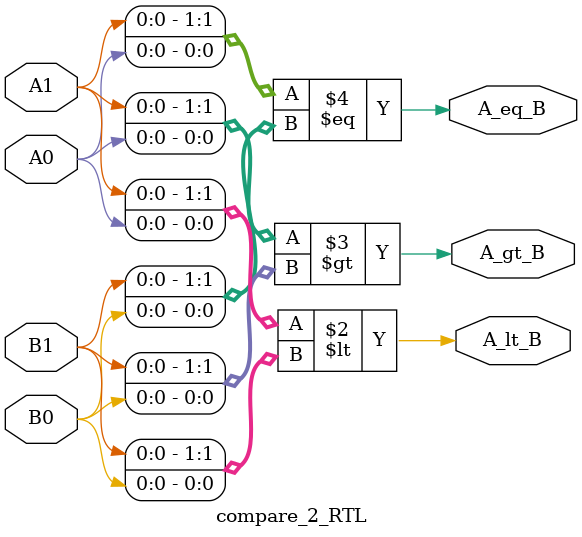
<source format=v>
module compare_2_RTL (A_lt_B, A_gt_B, A_eq_B, A1, A0, B1, B0);
  input 		A1, A0, B1, B0;
  output 		A_lt_B, A_gt_B, A_eq_B;
  reg 		A_lt_B, A_gt_B, A_eq_B;

  always @ (A0 or A1 or B0 or B1) begin
    A_lt_B = 	({A1,A0} < {B1,B0});
    A_gt_B = 	({A1,A0} > {B1,B0});
    A_eq_B = 	({A1,A0} == {B1,B0});
  end
endmodule


</source>
